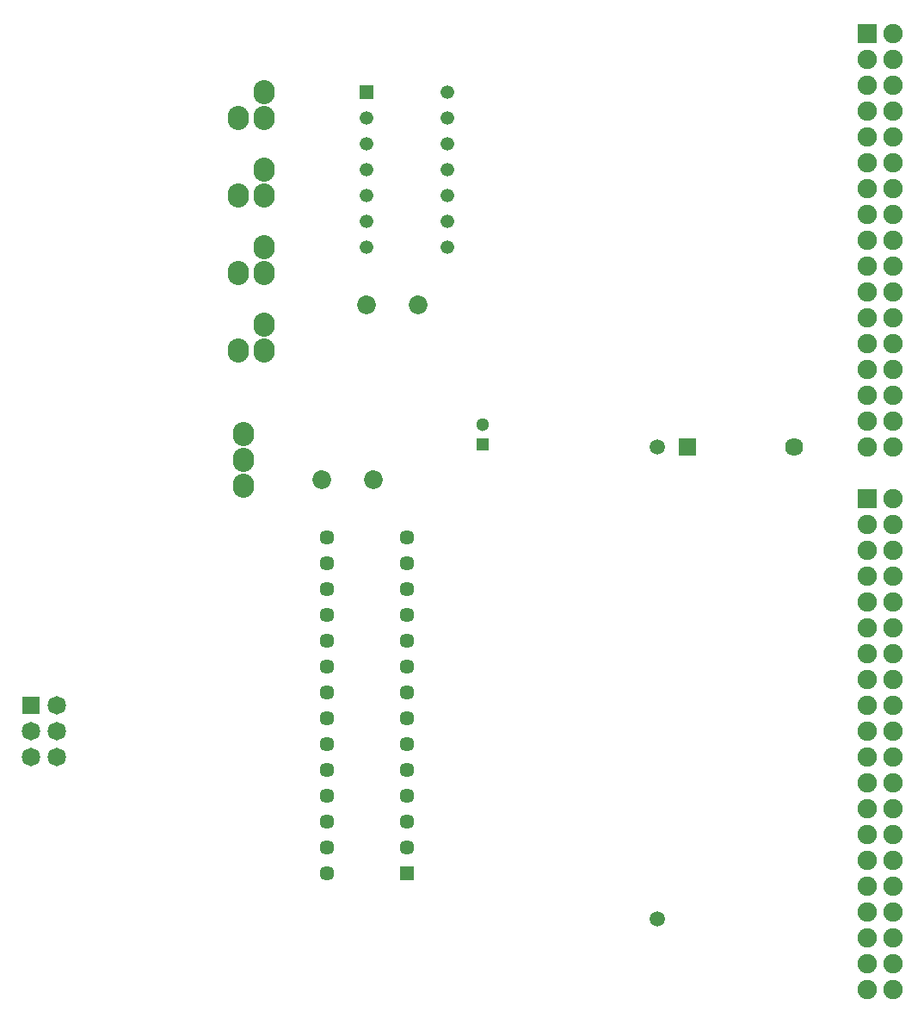
<source format=gbr>
G04 DipTrace 4.3.0.5*
G04 BottomMask.gbr*
%MOMM*%
G04 #@! TF.FileFunction,Soldermask,Bot*
G04 #@! TF.Part,Single*
%ADD32C,1.5*%
%ADD50C,1.45*%
%ADD52R,1.45X1.45*%
%ADD54C,1.34*%
%ADD56R,1.34X1.34*%
%ADD59C,1.3*%
%ADD60O,2.105X2.359*%
%ADD62C,1.82*%
%ADD64R,1.82X1.82*%
%ADD66C,1.91*%
%ADD68R,1.91X1.91*%
%ADD70C,1.79*%
%ADD72R,1.79X1.79*%
%ADD75R,1.3X1.3*%
%ADD77C,1.85*%
%FSLAX35Y35*%
G04*
G71*
G90*
G75*
G01*
G04 BotMask*
%LPD*%
D77*
X-5461000Y2032000D3*
X-4953000D3*
D75*
X-4317997Y662000D3*
D59*
X-4318003Y862000D3*
D77*
X-5397500Y317500D3*
X-5905500D3*
D72*
X-2302000Y635000D3*
D70*
X-1254000D3*
D68*
X-539750Y127000D3*
D66*
X-285750D3*
X-539750Y-127000D3*
X-285750D3*
X-539750Y-381000D3*
X-285750D3*
X-539750Y-635000D3*
X-285750D3*
X-539750Y-889000D3*
X-285750D3*
X-539750Y-1143000D3*
X-285750D3*
X-539750Y-1397000D3*
X-285750D3*
X-539750Y-1651000D3*
X-285750D3*
X-539750Y-1905000D3*
X-285750D3*
X-539750Y-2159000D3*
X-285750D3*
X-539750Y-2413000D3*
X-285750D3*
X-539750Y-2667000D3*
X-285750D3*
X-539750Y-2921000D3*
X-285750D3*
X-539750Y-3175000D3*
X-285750D3*
X-539750Y-3429000D3*
X-285750D3*
X-539750Y-3683000D3*
X-285750D3*
X-539750Y-3937000D3*
X-285750D3*
X-539750Y-4191000D3*
X-285750D3*
X-539750Y-4445000D3*
X-285750D3*
X-539750Y-4699000D3*
X-285750D3*
D68*
X-539750Y4699000D3*
D66*
X-285750D3*
X-539750Y4445000D3*
X-285750D3*
X-539750Y4191000D3*
X-285750D3*
X-539750Y3937000D3*
X-285750D3*
X-539750Y3683000D3*
X-285750D3*
X-539750Y3429000D3*
X-285750D3*
X-539750Y3175000D3*
X-285750D3*
X-539750Y2921000D3*
X-285750D3*
X-539750Y2667000D3*
X-285750D3*
X-539750Y2413000D3*
X-285750D3*
X-539750Y2159000D3*
X-285750D3*
X-539750Y1905000D3*
X-285750D3*
X-539750Y1651000D3*
X-285750D3*
X-539750Y1397000D3*
X-285750D3*
X-539750Y1143000D3*
X-285750D3*
X-539750Y889000D3*
X-285750D3*
X-539750Y635000D3*
X-285750D3*
D64*
X-8763000Y-1905000D3*
D62*
X-8509000D3*
X-8763000Y-2159000D3*
X-8509000D3*
X-8763000Y-2413000D3*
X-8509000D3*
D60*
X-6672173Y257303D3*
X-6672170Y765300D3*
X-6672173Y511303D3*
X-6472327Y4124197D3*
X-6726300Y3870200D3*
X-6472327Y3870197D3*
Y3362197D3*
X-6726300Y3108200D3*
X-6472327Y3108197D3*
Y2600197D3*
X-6726300Y2346200D3*
X-6472327Y2346197D3*
X-6472333Y1838196D3*
X-6726300Y1584193D3*
X-6472327Y1584196D3*
D32*
X-2603500Y635000D3*
Y-4000500D3*
D56*
X-5461123Y4127500D3*
D54*
Y3873500D3*
Y3619500D3*
Y3365500D3*
Y3111500D3*
Y2857500D3*
Y2603500D3*
X-4667123D3*
Y2857500D3*
Y3111500D3*
Y3365500D3*
Y3619500D3*
Y3873500D3*
Y4127500D3*
D52*
X-5067300Y-3556000D3*
D50*
Y-3302000D3*
Y-3048000D3*
Y-2794000D3*
Y-2540000D3*
Y-2286000D3*
Y-2032000D3*
Y-1778000D3*
Y-1524000D3*
Y-1270000D3*
Y-1016000D3*
Y-762000D3*
Y-508000D3*
Y-254000D3*
X-5854700D3*
Y-508000D3*
Y-762000D3*
Y-1016000D3*
Y-1270000D3*
Y-1524000D3*
Y-1778000D3*
Y-2032000D3*
Y-2286000D3*
Y-2540000D3*
Y-2794000D3*
Y-3048000D3*
Y-3302000D3*
Y-3556000D3*
M02*

</source>
